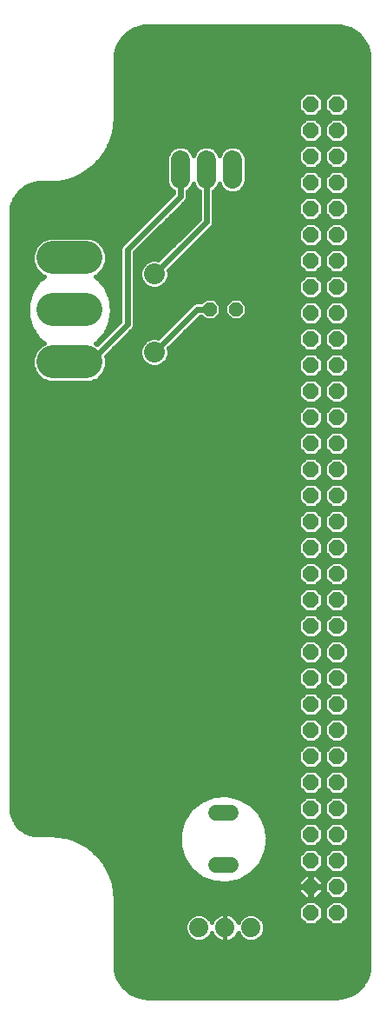
<source format=gtl>
G75*
G70*
%OFA0B0*%
%FSLAX24Y24*%
%IPPOS*%
%LPD*%
%AMOC8*
5,1,8,0,0,1.08239X$1,22.5*
%
%ADD10OC8,0.0600*%
%ADD11C,0.0740*%
%ADD12C,0.0594*%
%ADD13C,0.1266*%
%ADD14OC8,0.0520*%
%ADD15C,0.0800*%
%ADD16C,0.0740*%
%ADD17C,0.0160*%
%ADD18C,0.0240*%
D10*
X011685Y003430D03*
X011685Y004430D03*
X011685Y005430D03*
X011685Y006430D03*
X011685Y007430D03*
X011685Y008430D03*
X011685Y009430D03*
X011685Y010430D03*
X011685Y011430D03*
X011685Y012430D03*
X011685Y013430D03*
X011685Y014430D03*
X011685Y015430D03*
X011685Y016430D03*
X011685Y017430D03*
X011685Y018430D03*
X011685Y019430D03*
X011685Y020430D03*
X011685Y021430D03*
X011685Y022430D03*
X011685Y023430D03*
X011685Y024430D03*
X011685Y025430D03*
X011685Y026430D03*
X011685Y027430D03*
X011685Y028430D03*
X011685Y029430D03*
X011685Y030430D03*
X011685Y031430D03*
X011685Y032430D03*
X011685Y033430D03*
X011685Y034430D03*
X012685Y034430D03*
X012685Y033430D03*
X012685Y032430D03*
X012685Y031430D03*
X012685Y030430D03*
X012685Y029430D03*
X012685Y028430D03*
X012685Y027430D03*
X012685Y026430D03*
X012685Y025430D03*
X012685Y024430D03*
X012685Y023430D03*
X012685Y022430D03*
X012685Y021430D03*
X012685Y020430D03*
X012685Y019430D03*
X012685Y018430D03*
X012685Y017430D03*
X012685Y016430D03*
X012685Y015430D03*
X012685Y014430D03*
X012685Y013430D03*
X012685Y012430D03*
X012685Y011430D03*
X012685Y010430D03*
X012685Y009430D03*
X012685Y008430D03*
X012685Y007430D03*
X012685Y006430D03*
X012685Y005430D03*
X012685Y004430D03*
X012685Y003430D03*
D11*
X008685Y031560D02*
X008685Y032300D01*
X007685Y032300D02*
X007685Y031560D01*
X006685Y031560D02*
X006685Y032300D01*
D12*
X008038Y007260D02*
X008632Y007260D01*
X008632Y005260D02*
X008038Y005260D01*
D13*
X003058Y024550D02*
X001792Y024550D01*
X001792Y026550D02*
X003058Y026550D01*
X003058Y028550D02*
X001792Y028550D01*
D14*
X007815Y026570D03*
X008815Y026570D03*
D15*
X005685Y027930D03*
X005685Y024930D03*
D16*
X007395Y002860D03*
X008395Y002860D03*
X009395Y002860D03*
D17*
X002283Y006357D02*
X001987Y006412D01*
X001685Y006430D01*
X001185Y006430D01*
X001043Y006440D01*
X000903Y006471D01*
X000770Y006520D01*
X000645Y006589D01*
X000530Y006674D01*
X000429Y006775D01*
X000344Y006889D01*
X000276Y007015D01*
X000226Y007148D01*
X000195Y007288D01*
X000185Y007430D01*
X000185Y030180D01*
X000182Y030348D01*
X000202Y030515D01*
X000248Y030677D01*
X000316Y030830D01*
X000406Y030972D01*
X000516Y031099D01*
X000643Y031209D01*
X000785Y031299D01*
X000938Y031368D01*
X001100Y031413D01*
X001267Y031434D01*
X001435Y031430D01*
X001734Y031419D01*
X002031Y031444D01*
X002324Y031504D01*
X002607Y031599D01*
X002877Y031726D01*
X003131Y031884D01*
X003363Y032072D01*
X003572Y032285D01*
X003754Y032522D01*
X003906Y032779D01*
X004027Y033052D01*
X004114Y033338D01*
X004167Y033632D01*
X004185Y033930D01*
X004185Y036180D01*
X004198Y036358D01*
X004236Y036532D01*
X004298Y036699D01*
X004384Y036856D01*
X004490Y036999D01*
X004617Y037125D01*
X004759Y037232D01*
X004916Y037317D01*
X005083Y037379D01*
X005257Y037417D01*
X005435Y037430D01*
X012685Y037430D01*
X012863Y037417D01*
X013037Y037379D01*
X013204Y037317D01*
X013361Y037232D01*
X013504Y037125D01*
X013630Y036999D01*
X013737Y036856D01*
X013822Y036699D01*
X013885Y036532D01*
X013922Y036358D01*
X013935Y036180D01*
X013935Y001430D01*
X013922Y001252D01*
X013885Y001078D01*
X013822Y000911D01*
X013737Y000754D01*
X013630Y000611D01*
X013504Y000485D01*
X013361Y000378D01*
X013204Y000293D01*
X013037Y000231D01*
X012863Y000193D01*
X012685Y000180D01*
X005435Y000180D01*
X005257Y000193D01*
X005083Y000231D01*
X004916Y000293D01*
X004759Y000378D01*
X004617Y000485D01*
X004490Y000611D01*
X004384Y000754D01*
X004298Y000911D01*
X004236Y001078D01*
X004198Y001252D01*
X004185Y001430D01*
X004185Y003930D01*
X004167Y004231D01*
X004113Y004528D01*
X004023Y004817D01*
X003899Y005092D01*
X003743Y005350D01*
X003556Y005588D01*
X003343Y005801D01*
X003105Y005987D01*
X002847Y006144D01*
X002572Y006268D01*
X002283Y006357D01*
X002163Y006380D02*
X006642Y006380D01*
X006642Y006511D02*
X006642Y006003D01*
X006792Y005517D01*
X006792Y005517D01*
X007078Y005097D01*
X007078Y005097D01*
X007078Y005097D01*
X007476Y004780D01*
X007949Y004594D01*
X008456Y004556D01*
X008951Y004669D01*
X008956Y004672D01*
X008958Y004673D01*
X008958Y004673D01*
X009398Y004927D01*
X009398Y004927D01*
X009744Y005300D01*
X009964Y005757D01*
X009964Y005757D01*
X010040Y006260D01*
X009964Y006763D01*
X009744Y007220D01*
X009744Y007220D01*
X009398Y007593D01*
X008958Y007847D01*
X008463Y007960D01*
X008463Y007960D01*
X007956Y007922D01*
X007956Y007922D01*
X007483Y007737D01*
X007483Y007737D01*
X007482Y007736D01*
X007476Y007734D01*
X007476Y007734D01*
X007078Y007417D01*
X007078Y007417D01*
X007078Y007417D01*
X006792Y006997D01*
X006792Y006997D01*
X006642Y006511D01*
X006650Y006538D02*
X000737Y006538D01*
X000508Y006697D02*
X006699Y006697D01*
X006748Y006855D02*
X000370Y006855D01*
X000276Y007014D02*
X006803Y007014D01*
X006911Y007172D02*
X000221Y007172D01*
X000192Y007331D02*
X007019Y007331D01*
X007169Y007489D02*
X000185Y007489D01*
X000185Y007648D02*
X007368Y007648D01*
X007660Y007806D02*
X000185Y007806D01*
X000185Y007965D02*
X013935Y007965D01*
X013935Y008123D02*
X013029Y008123D01*
X013145Y008239D02*
X013145Y008621D01*
X012876Y008890D01*
X012495Y008890D01*
X012225Y008621D01*
X012225Y008239D01*
X012495Y007970D01*
X012876Y007970D01*
X013145Y008239D01*
X013145Y008282D02*
X013935Y008282D01*
X013935Y008440D02*
X013145Y008440D01*
X013145Y008599D02*
X013935Y008599D01*
X013935Y008757D02*
X013009Y008757D01*
X012876Y008970D02*
X013145Y009239D01*
X013145Y009621D01*
X012876Y009890D01*
X012495Y009890D01*
X012225Y009621D01*
X012225Y009239D01*
X012495Y008970D01*
X012876Y008970D01*
X012980Y009074D02*
X013935Y009074D01*
X013935Y008916D02*
X000185Y008916D01*
X000185Y009074D02*
X011391Y009074D01*
X011495Y008970D02*
X011876Y008970D01*
X012145Y009239D01*
X012145Y009621D01*
X011876Y009890D01*
X011495Y009890D01*
X011225Y009621D01*
X011225Y009239D01*
X011495Y008970D01*
X011495Y008890D02*
X011225Y008621D01*
X011225Y008239D01*
X011495Y007970D01*
X011876Y007970D01*
X012145Y008239D01*
X012145Y008621D01*
X011876Y008890D01*
X011495Y008890D01*
X011362Y008757D02*
X000185Y008757D01*
X000185Y008599D02*
X011225Y008599D01*
X011225Y008440D02*
X000185Y008440D01*
X000185Y008282D02*
X011225Y008282D01*
X011342Y008123D02*
X000185Y008123D01*
X000185Y009233D02*
X011232Y009233D01*
X011225Y009391D02*
X000185Y009391D01*
X000185Y009550D02*
X011225Y009550D01*
X011313Y009708D02*
X000185Y009708D01*
X000185Y009867D02*
X011471Y009867D01*
X011495Y009970D02*
X011876Y009970D01*
X012145Y010239D01*
X012145Y010621D01*
X011876Y010890D01*
X011495Y010890D01*
X011225Y010621D01*
X011225Y010239D01*
X011495Y009970D01*
X011440Y010025D02*
X000185Y010025D01*
X000185Y010184D02*
X011281Y010184D01*
X011225Y010342D02*
X000185Y010342D01*
X000185Y010501D02*
X011225Y010501D01*
X011264Y010659D02*
X000185Y010659D01*
X000185Y010818D02*
X011422Y010818D01*
X011495Y010970D02*
X011225Y011239D01*
X011225Y011621D01*
X011495Y011890D01*
X011876Y011890D01*
X012145Y011621D01*
X012145Y011239D01*
X011876Y010970D01*
X011495Y010970D01*
X011489Y010976D02*
X000185Y010976D01*
X000185Y011135D02*
X011330Y011135D01*
X011225Y011293D02*
X000185Y011293D01*
X000185Y011452D02*
X011225Y011452D01*
X011225Y011610D02*
X000185Y011610D01*
X000185Y011769D02*
X011373Y011769D01*
X011495Y011970D02*
X011225Y012239D01*
X011225Y012621D01*
X011495Y012890D01*
X011876Y012890D01*
X012145Y012621D01*
X012145Y012239D01*
X011876Y011970D01*
X011495Y011970D01*
X011379Y012086D02*
X000185Y012086D01*
X000185Y012244D02*
X011225Y012244D01*
X011225Y012403D02*
X000185Y012403D01*
X000185Y012561D02*
X011225Y012561D01*
X011324Y012720D02*
X000185Y012720D01*
X000185Y012878D02*
X011483Y012878D01*
X011495Y012970D02*
X011876Y012970D01*
X012145Y013239D01*
X012145Y013621D01*
X011876Y013890D01*
X011495Y013890D01*
X011225Y013621D01*
X011225Y013239D01*
X011495Y012970D01*
X011428Y013037D02*
X000185Y013037D01*
X000185Y013195D02*
X011270Y013195D01*
X011225Y013354D02*
X000185Y013354D01*
X000185Y013512D02*
X011225Y013512D01*
X011275Y013671D02*
X000185Y013671D01*
X000185Y013829D02*
X011434Y013829D01*
X011495Y013970D02*
X011876Y013970D01*
X012145Y014239D01*
X012145Y014621D01*
X011876Y014890D01*
X011495Y014890D01*
X011225Y014621D01*
X011225Y014239D01*
X011495Y013970D01*
X011477Y013988D02*
X000185Y013988D01*
X000185Y014146D02*
X011319Y014146D01*
X011225Y014305D02*
X000185Y014305D01*
X000185Y014463D02*
X011225Y014463D01*
X011226Y014622D02*
X000185Y014622D01*
X000185Y014780D02*
X011385Y014780D01*
X011495Y014970D02*
X011225Y015239D01*
X011225Y015621D01*
X011495Y015890D01*
X011876Y015890D01*
X012145Y015621D01*
X012145Y015239D01*
X011876Y014970D01*
X011495Y014970D01*
X011368Y015097D02*
X000185Y015097D01*
X000185Y014939D02*
X013935Y014939D01*
X013935Y015097D02*
X013003Y015097D01*
X012876Y014970D02*
X013145Y015239D01*
X013145Y015621D01*
X012876Y015890D01*
X012495Y015890D01*
X012225Y015621D01*
X012225Y015239D01*
X012495Y014970D01*
X012876Y014970D01*
X012876Y014890D02*
X012495Y014890D01*
X012225Y014621D01*
X012225Y014239D01*
X012495Y013970D01*
X012876Y013970D01*
X013145Y014239D01*
X013145Y014621D01*
X012876Y014890D01*
X012986Y014780D02*
X013935Y014780D01*
X013935Y014622D02*
X013144Y014622D01*
X013145Y014463D02*
X013935Y014463D01*
X013935Y014305D02*
X013145Y014305D01*
X013052Y014146D02*
X013935Y014146D01*
X013935Y013988D02*
X012893Y013988D01*
X012876Y013890D02*
X012495Y013890D01*
X012225Y013621D01*
X012225Y013239D01*
X012495Y012970D01*
X012876Y012970D01*
X013145Y013239D01*
X013145Y013621D01*
X012876Y013890D01*
X012937Y013829D02*
X013935Y013829D01*
X013935Y013671D02*
X013095Y013671D01*
X013145Y013512D02*
X013935Y013512D01*
X013935Y013354D02*
X013145Y013354D01*
X013101Y013195D02*
X013935Y013195D01*
X013935Y013037D02*
X012942Y013037D01*
X012876Y012890D02*
X012495Y012890D01*
X012225Y012621D01*
X012225Y012239D01*
X012495Y011970D01*
X012876Y011970D01*
X013145Y012239D01*
X013145Y012621D01*
X012876Y012890D01*
X012888Y012878D02*
X013935Y012878D01*
X013935Y012720D02*
X013046Y012720D01*
X013145Y012561D02*
X013935Y012561D01*
X013935Y012403D02*
X013145Y012403D01*
X013145Y012244D02*
X013935Y012244D01*
X013935Y012086D02*
X012991Y012086D01*
X012876Y011890D02*
X012495Y011890D01*
X012225Y011621D01*
X012225Y011239D01*
X012495Y010970D01*
X012876Y010970D01*
X013145Y011239D01*
X013145Y011621D01*
X012876Y011890D01*
X012997Y011769D02*
X013935Y011769D01*
X013935Y011927D02*
X000185Y011927D01*
X000185Y015256D02*
X011225Y015256D01*
X011225Y015414D02*
X000185Y015414D01*
X000185Y015573D02*
X011225Y015573D01*
X011336Y015731D02*
X000185Y015731D01*
X000185Y015890D02*
X011494Y015890D01*
X011495Y015970D02*
X011876Y015970D01*
X012145Y016239D01*
X012145Y016621D01*
X011876Y016890D01*
X011495Y016890D01*
X011225Y016621D01*
X011225Y016239D01*
X011495Y015970D01*
X011417Y016048D02*
X000185Y016048D01*
X000185Y016207D02*
X011258Y016207D01*
X011225Y016365D02*
X000185Y016365D01*
X000185Y016524D02*
X011225Y016524D01*
X011287Y016682D02*
X000185Y016682D01*
X000185Y016841D02*
X011445Y016841D01*
X011495Y016970D02*
X011876Y016970D01*
X012145Y017239D01*
X012145Y017621D01*
X011876Y017890D01*
X011495Y017890D01*
X011225Y017621D01*
X011225Y017239D01*
X011495Y016970D01*
X011466Y016999D02*
X000185Y016999D01*
X000185Y017158D02*
X011307Y017158D01*
X011225Y017316D02*
X000185Y017316D01*
X000185Y017475D02*
X011225Y017475D01*
X011238Y017633D02*
X000185Y017633D01*
X000185Y017792D02*
X011396Y017792D01*
X011495Y017970D02*
X011225Y018239D01*
X011225Y018621D01*
X011495Y018890D01*
X011876Y018890D01*
X012145Y018621D01*
X012145Y018239D01*
X011876Y017970D01*
X011495Y017970D01*
X011356Y018109D02*
X000185Y018109D01*
X000185Y018267D02*
X011225Y018267D01*
X011225Y018426D02*
X000185Y018426D01*
X000185Y018584D02*
X011225Y018584D01*
X011347Y018743D02*
X000185Y018743D01*
X000185Y018901D02*
X013935Y018901D01*
X013935Y018743D02*
X013023Y018743D01*
X013145Y018621D02*
X012876Y018890D01*
X012495Y018890D01*
X012225Y018621D01*
X012225Y018239D01*
X012495Y017970D01*
X012876Y017970D01*
X013145Y018239D01*
X013145Y018621D01*
X013145Y018584D02*
X013935Y018584D01*
X013935Y018426D02*
X013145Y018426D01*
X013145Y018267D02*
X013935Y018267D01*
X013935Y018109D02*
X013014Y018109D01*
X012876Y017890D02*
X012495Y017890D01*
X012225Y017621D01*
X012225Y017239D01*
X012495Y016970D01*
X012876Y016970D01*
X013145Y017239D01*
X013145Y017621D01*
X012876Y017890D01*
X012974Y017792D02*
X013935Y017792D01*
X013935Y017950D02*
X000185Y017950D01*
X000185Y019060D02*
X011405Y019060D01*
X011495Y018970D02*
X011225Y019239D01*
X011225Y019621D01*
X011495Y019890D01*
X011876Y019890D01*
X012145Y019621D01*
X012145Y019239D01*
X011876Y018970D01*
X011495Y018970D01*
X011247Y019218D02*
X000185Y019218D01*
X000185Y019377D02*
X011225Y019377D01*
X011225Y019535D02*
X000185Y019535D01*
X000185Y019694D02*
X011298Y019694D01*
X011457Y019852D02*
X000185Y019852D01*
X000185Y020011D02*
X011454Y020011D01*
X011495Y019970D02*
X011876Y019970D01*
X012145Y020239D01*
X012145Y020621D01*
X011876Y020890D01*
X011495Y020890D01*
X011225Y020621D01*
X011225Y020239D01*
X011495Y019970D01*
X011296Y020169D02*
X000185Y020169D01*
X000185Y020328D02*
X011225Y020328D01*
X011225Y020486D02*
X000185Y020486D01*
X000185Y020645D02*
X011249Y020645D01*
X011408Y020803D02*
X000185Y020803D01*
X000185Y020962D02*
X013935Y020962D01*
X013935Y021120D02*
X013026Y021120D01*
X013145Y021239D02*
X012876Y020970D01*
X012495Y020970D01*
X012225Y021239D01*
X012225Y021621D01*
X012495Y021890D01*
X012876Y021890D01*
X013145Y021621D01*
X013145Y021239D01*
X013145Y021279D02*
X013935Y021279D01*
X013935Y021437D02*
X013145Y021437D01*
X013145Y021596D02*
X013935Y021596D01*
X013935Y021754D02*
X013012Y021754D01*
X012876Y021970D02*
X013145Y022239D01*
X013145Y022621D01*
X012876Y022890D01*
X012495Y022890D01*
X012225Y022621D01*
X012225Y022239D01*
X012495Y021970D01*
X012876Y021970D01*
X012977Y022071D02*
X013935Y022071D01*
X013935Y021913D02*
X000185Y021913D01*
X000185Y022071D02*
X011394Y022071D01*
X011495Y021970D02*
X011225Y022239D01*
X011225Y022621D01*
X011495Y022890D01*
X011876Y022890D01*
X012145Y022621D01*
X012145Y022239D01*
X011876Y021970D01*
X011495Y021970D01*
X011495Y021890D02*
X011225Y021621D01*
X011225Y021239D01*
X011495Y020970D01*
X011876Y020970D01*
X012145Y021239D01*
X012145Y021621D01*
X011876Y021890D01*
X011495Y021890D01*
X011359Y021754D02*
X000185Y021754D01*
X000185Y021596D02*
X011225Y021596D01*
X011225Y021437D02*
X000185Y021437D01*
X000185Y021279D02*
X011225Y021279D01*
X011345Y021120D02*
X000185Y021120D01*
X000185Y022230D02*
X011235Y022230D01*
X011225Y022388D02*
X000185Y022388D01*
X000185Y022547D02*
X011225Y022547D01*
X011310Y022705D02*
X000185Y022705D01*
X000185Y022864D02*
X011468Y022864D01*
X011495Y022970D02*
X011876Y022970D01*
X012145Y023239D01*
X012145Y023621D01*
X011876Y023890D01*
X011495Y023890D01*
X011225Y023621D01*
X011225Y023239D01*
X011495Y022970D01*
X011443Y023022D02*
X000185Y023022D01*
X000185Y023181D02*
X011284Y023181D01*
X011225Y023339D02*
X000185Y023339D01*
X000185Y023498D02*
X011225Y023498D01*
X011261Y023656D02*
X000185Y023656D01*
X000185Y023815D02*
X001495Y023815D01*
X001634Y023757D02*
X001343Y023878D01*
X001120Y024101D01*
X000999Y024392D01*
X000999Y024708D01*
X001120Y024999D01*
X001343Y025222D01*
X001450Y025267D01*
X001230Y025441D01*
X001230Y025441D01*
X000957Y025843D01*
X000813Y026307D01*
X000813Y026793D01*
X000957Y027257D01*
X000957Y027257D01*
X001230Y027659D01*
X001230Y027659D01*
X001450Y027833D01*
X001343Y027878D01*
X001120Y028101D01*
X000999Y028392D01*
X000999Y028708D01*
X001120Y028999D01*
X001343Y029222D01*
X001634Y029343D01*
X003216Y029343D01*
X003507Y029222D01*
X003731Y028999D01*
X003851Y028708D01*
X003851Y028392D01*
X003731Y028101D01*
X003507Y027878D01*
X003415Y027839D01*
X003441Y027824D01*
X003441Y027824D01*
X003772Y027468D01*
X003772Y027468D01*
X003983Y027030D01*
X003983Y027030D01*
X004055Y026550D01*
X003983Y026070D01*
X003983Y026070D01*
X003772Y025632D01*
X003772Y025632D01*
X003441Y025276D01*
X003441Y025276D01*
X003415Y025261D01*
X003489Y025230D01*
X004348Y026089D01*
X004365Y026106D01*
X004365Y028926D01*
X004408Y029029D01*
X006405Y031026D01*
X006405Y031102D01*
X006385Y031111D01*
X006236Y031260D01*
X006155Y031455D01*
X006155Y032405D01*
X006236Y032600D01*
X006385Y032749D01*
X006580Y032830D01*
X006791Y032830D01*
X006985Y032749D01*
X007134Y032600D01*
X007185Y032478D01*
X007236Y032600D01*
X007385Y032749D01*
X007580Y032830D01*
X007791Y032830D01*
X007985Y032749D01*
X008134Y032600D01*
X008185Y032478D01*
X008236Y032600D01*
X008385Y032749D01*
X008580Y032830D01*
X008791Y032830D01*
X008985Y032749D01*
X009134Y032600D01*
X009215Y032405D01*
X009215Y031455D01*
X009134Y031260D01*
X008985Y031111D01*
X008791Y031030D01*
X008580Y031030D01*
X008385Y031111D01*
X008236Y031260D01*
X008185Y031382D01*
X008134Y031260D01*
X007985Y031111D01*
X007965Y031102D01*
X007965Y029874D01*
X007923Y029771D01*
X007844Y029693D01*
X006230Y028079D01*
X006245Y028041D01*
X006245Y027819D01*
X006160Y027613D01*
X006002Y027455D01*
X005797Y027370D01*
X005574Y027370D01*
X005368Y027455D01*
X005210Y027613D01*
X005125Y027819D01*
X005125Y028041D01*
X005210Y028247D01*
X005368Y028405D01*
X005574Y028490D01*
X005797Y028490D01*
X005834Y028475D01*
X007405Y030046D01*
X007405Y031102D01*
X007385Y031111D01*
X007236Y031260D01*
X007185Y031382D01*
X007134Y031260D01*
X006985Y031111D01*
X006965Y031102D01*
X006965Y030854D01*
X006923Y030751D01*
X006844Y030673D01*
X004925Y028754D01*
X004925Y025934D01*
X004883Y025831D01*
X004804Y025753D01*
X004744Y025693D01*
X003824Y024773D01*
X003851Y024708D01*
X003851Y024392D01*
X003731Y024101D01*
X003507Y023878D01*
X003216Y023757D01*
X001634Y023757D01*
X001248Y023973D02*
X000185Y023973D01*
X000185Y024132D02*
X001107Y024132D01*
X001041Y024290D02*
X000185Y024290D01*
X000185Y024449D02*
X000999Y024449D01*
X000999Y024607D02*
X000185Y024607D01*
X000185Y024766D02*
X001023Y024766D01*
X001089Y024924D02*
X000185Y024924D01*
X000185Y025083D02*
X001203Y025083D01*
X001388Y025241D02*
X000185Y025241D01*
X000185Y025400D02*
X001283Y025400D01*
X001151Y025558D02*
X000185Y025558D01*
X000185Y025717D02*
X001043Y025717D01*
X000947Y025875D02*
X000185Y025875D01*
X000185Y026034D02*
X000898Y026034D01*
X000849Y026192D02*
X000185Y026192D01*
X000185Y026351D02*
X000813Y026351D01*
X000813Y026509D02*
X000185Y026509D01*
X000185Y026668D02*
X000813Y026668D01*
X000824Y026826D02*
X000185Y026826D01*
X000185Y026985D02*
X000872Y026985D01*
X000921Y027143D02*
X000185Y027143D01*
X000185Y027302D02*
X000987Y027302D01*
X001095Y027460D02*
X000185Y027460D01*
X000185Y027619D02*
X001203Y027619D01*
X001379Y027777D02*
X000185Y027777D01*
X000185Y027936D02*
X001285Y027936D01*
X001126Y028094D02*
X000185Y028094D01*
X000185Y028253D02*
X001057Y028253D01*
X000999Y028411D02*
X000185Y028411D01*
X000185Y028570D02*
X000999Y028570D01*
X001007Y028728D02*
X000185Y028728D01*
X000185Y028887D02*
X001073Y028887D01*
X001166Y029045D02*
X000185Y029045D01*
X000185Y029204D02*
X001324Y029204D01*
X000523Y031106D02*
X006397Y031106D01*
X006326Y030947D02*
X000390Y030947D01*
X000297Y030789D02*
X006168Y030789D01*
X006009Y030630D02*
X000235Y030630D01*
X000197Y030472D02*
X005851Y030472D01*
X005692Y030313D02*
X000182Y030313D01*
X000185Y030155D02*
X005534Y030155D01*
X005375Y029996D02*
X000185Y029996D01*
X000185Y029838D02*
X005217Y029838D01*
X005058Y029679D02*
X000185Y029679D01*
X000185Y029521D02*
X004900Y029521D01*
X004741Y029362D02*
X000185Y029362D01*
X000729Y031264D02*
X006234Y031264D01*
X006168Y031423D02*
X001772Y031423D01*
X001644Y031423D02*
X001179Y031423D01*
X002555Y031581D02*
X006155Y031581D01*
X006155Y031740D02*
X002899Y031740D01*
X003148Y031898D02*
X006155Y031898D01*
X006155Y032057D02*
X003344Y032057D01*
X003503Y032215D02*
X006155Y032215D01*
X006155Y032374D02*
X003639Y032374D01*
X003759Y032532D02*
X006208Y032532D01*
X006326Y032691D02*
X003853Y032691D01*
X003937Y032849D02*
X011454Y032849D01*
X011495Y032890D02*
X011225Y032621D01*
X011225Y032239D01*
X011495Y031970D01*
X011876Y031970D01*
X012145Y032239D01*
X012145Y032621D01*
X011876Y032890D01*
X011495Y032890D01*
X011495Y032970D02*
X011876Y032970D01*
X012145Y033239D01*
X012145Y033621D01*
X011876Y033890D01*
X011495Y033890D01*
X011225Y033621D01*
X011225Y033239D01*
X011495Y032970D01*
X011457Y033008D02*
X004007Y033008D01*
X004062Y033166D02*
X011299Y033166D01*
X011225Y033325D02*
X004110Y033325D01*
X004141Y033483D02*
X011225Y033483D01*
X011246Y033642D02*
X004168Y033642D01*
X004177Y033800D02*
X011405Y033800D01*
X011495Y033970D02*
X011876Y033970D01*
X012145Y034239D01*
X012145Y034621D01*
X011876Y034890D01*
X011495Y034890D01*
X011225Y034621D01*
X011225Y034239D01*
X011495Y033970D01*
X011348Y034117D02*
X004185Y034117D01*
X004185Y033959D02*
X013935Y033959D01*
X013935Y034117D02*
X013023Y034117D01*
X013145Y034239D02*
X012876Y033970D01*
X012495Y033970D01*
X012225Y034239D01*
X012225Y034621D01*
X012495Y034890D01*
X012876Y034890D01*
X013145Y034621D01*
X013145Y034239D01*
X013145Y034276D02*
X013935Y034276D01*
X013935Y034434D02*
X013145Y034434D01*
X013145Y034593D02*
X013935Y034593D01*
X013935Y034751D02*
X013015Y034751D01*
X012876Y033890D02*
X012495Y033890D01*
X012225Y033621D01*
X012225Y033239D01*
X012495Y032970D01*
X012876Y032970D01*
X013145Y033239D01*
X013145Y033621D01*
X012876Y033890D01*
X012966Y033800D02*
X013935Y033800D01*
X013935Y033642D02*
X013124Y033642D01*
X013145Y033483D02*
X013935Y033483D01*
X013935Y033325D02*
X013145Y033325D01*
X013072Y033166D02*
X013935Y033166D01*
X013935Y033008D02*
X012913Y033008D01*
X012876Y032890D02*
X012495Y032890D01*
X012225Y032621D01*
X012225Y032239D01*
X012495Y031970D01*
X012876Y031970D01*
X013145Y032239D01*
X013145Y032621D01*
X012876Y032890D01*
X012917Y032849D02*
X013935Y032849D01*
X013935Y032691D02*
X013075Y032691D01*
X013145Y032532D02*
X013935Y032532D01*
X013935Y032374D02*
X013145Y032374D01*
X013121Y032215D02*
X013935Y032215D01*
X013935Y032057D02*
X012962Y032057D01*
X012876Y031890D02*
X012495Y031890D01*
X012225Y031621D01*
X012225Y031239D01*
X012495Y030970D01*
X012876Y030970D01*
X013145Y031239D01*
X013145Y031621D01*
X012876Y031890D01*
X013026Y031740D02*
X013935Y031740D01*
X013935Y031898D02*
X009215Y031898D01*
X009215Y031740D02*
X011344Y031740D01*
X011225Y031621D02*
X011225Y031239D01*
X011495Y030970D01*
X011876Y030970D01*
X012145Y031239D01*
X012145Y031621D01*
X011876Y031890D01*
X011495Y031890D01*
X011225Y031621D01*
X011225Y031581D02*
X009215Y031581D01*
X009202Y031423D02*
X011225Y031423D01*
X011225Y031264D02*
X009136Y031264D01*
X008973Y031106D02*
X011359Y031106D01*
X011495Y030890D02*
X011225Y030621D01*
X011225Y030239D01*
X011495Y029970D01*
X011876Y029970D01*
X012145Y030239D01*
X012145Y030621D01*
X011876Y030890D01*
X011495Y030890D01*
X011393Y030789D02*
X007965Y030789D01*
X007965Y030947D02*
X013935Y030947D01*
X013935Y030789D02*
X012977Y030789D01*
X012876Y030890D02*
X012495Y030890D01*
X012225Y030621D01*
X012225Y030239D01*
X012495Y029970D01*
X012876Y029970D01*
X013145Y030239D01*
X013145Y030621D01*
X012876Y030890D01*
X013011Y031106D02*
X013935Y031106D01*
X013935Y031264D02*
X013145Y031264D01*
X013145Y031423D02*
X013935Y031423D01*
X013935Y031581D02*
X013145Y031581D01*
X013136Y030630D02*
X013935Y030630D01*
X013935Y030472D02*
X013145Y030472D01*
X013145Y030313D02*
X013935Y030313D01*
X013935Y030155D02*
X013060Y030155D01*
X012902Y029996D02*
X013935Y029996D01*
X013935Y029838D02*
X012928Y029838D01*
X012876Y029890D02*
X012495Y029890D01*
X012225Y029621D01*
X012225Y029239D01*
X012495Y028970D01*
X012876Y028970D01*
X013145Y029239D01*
X013145Y029621D01*
X012876Y029890D01*
X013087Y029679D02*
X013935Y029679D01*
X013935Y029521D02*
X013145Y029521D01*
X013145Y029362D02*
X013935Y029362D01*
X013935Y029204D02*
X013109Y029204D01*
X012951Y029045D02*
X013935Y029045D01*
X013935Y028887D02*
X012879Y028887D01*
X012876Y028890D02*
X012495Y028890D01*
X012225Y028621D01*
X012225Y028239D01*
X012495Y027970D01*
X012876Y027970D01*
X013145Y028239D01*
X013145Y028621D01*
X012876Y028890D01*
X013038Y028728D02*
X013935Y028728D01*
X013935Y028570D02*
X013145Y028570D01*
X013145Y028411D02*
X013935Y028411D01*
X013935Y028253D02*
X013145Y028253D01*
X013000Y028094D02*
X013935Y028094D01*
X013935Y027936D02*
X006245Y027936D01*
X006245Y028094D02*
X011371Y028094D01*
X011495Y027970D02*
X011225Y028239D01*
X011225Y028621D01*
X011495Y028890D01*
X011876Y028890D01*
X012145Y028621D01*
X012145Y028239D01*
X011876Y027970D01*
X011495Y027970D01*
X011495Y027890D02*
X011225Y027621D01*
X011225Y027239D01*
X011495Y026970D01*
X011876Y026970D01*
X012145Y027239D01*
X012145Y027621D01*
X011876Y027890D01*
X011495Y027890D01*
X011382Y027777D02*
X006228Y027777D01*
X006162Y027619D02*
X011225Y027619D01*
X011225Y027460D02*
X006007Y027460D01*
X005929Y028570D02*
X004925Y028570D01*
X004925Y028728D02*
X006087Y028728D01*
X006246Y028887D02*
X005058Y028887D01*
X005216Y029045D02*
X006404Y029045D01*
X006563Y029204D02*
X005375Y029204D01*
X005533Y029362D02*
X006721Y029362D01*
X006880Y029521D02*
X005692Y029521D01*
X005850Y029679D02*
X007038Y029679D01*
X007197Y029838D02*
X006009Y029838D01*
X006167Y029996D02*
X007355Y029996D01*
X007405Y030155D02*
X006326Y030155D01*
X006484Y030313D02*
X007405Y030313D01*
X007405Y030472D02*
X006643Y030472D01*
X006801Y030630D02*
X007405Y030630D01*
X007405Y030789D02*
X006938Y030789D01*
X006965Y030947D02*
X007405Y030947D01*
X007397Y031106D02*
X006973Y031106D01*
X007136Y031264D02*
X007234Y031264D01*
X007208Y032532D02*
X007163Y032532D01*
X007044Y032691D02*
X007326Y032691D01*
X008044Y032691D02*
X008326Y032691D01*
X008208Y032532D02*
X008163Y032532D01*
X008136Y031264D02*
X008234Y031264D01*
X008397Y031106D02*
X007973Y031106D01*
X007965Y030630D02*
X011235Y030630D01*
X011225Y030472D02*
X007965Y030472D01*
X007965Y030313D02*
X011225Y030313D01*
X011310Y030155D02*
X007965Y030155D01*
X007965Y029996D02*
X011469Y029996D01*
X011495Y029890D02*
X011225Y029621D01*
X011225Y029239D01*
X011495Y028970D01*
X011876Y028970D01*
X012145Y029239D01*
X012145Y029621D01*
X011876Y029890D01*
X011495Y029890D01*
X011442Y029838D02*
X007950Y029838D01*
X007830Y029679D02*
X011284Y029679D01*
X011225Y029521D02*
X007672Y029521D01*
X007513Y029362D02*
X011225Y029362D01*
X011261Y029204D02*
X007355Y029204D01*
X007196Y029045D02*
X011420Y029045D01*
X011491Y028887D02*
X007038Y028887D01*
X006879Y028728D02*
X011333Y028728D01*
X011225Y028570D02*
X006721Y028570D01*
X006562Y028411D02*
X011225Y028411D01*
X011225Y028253D02*
X006404Y028253D01*
X007167Y026807D02*
X007088Y026729D01*
X005834Y025475D01*
X005797Y025490D01*
X005574Y025490D01*
X005368Y025405D01*
X005210Y025247D01*
X005125Y025041D01*
X005125Y024819D01*
X005210Y024613D01*
X005368Y024455D01*
X005574Y024370D01*
X005797Y024370D01*
X006002Y024455D01*
X006160Y024613D01*
X006245Y024819D01*
X006245Y025041D01*
X006230Y025079D01*
X007441Y026290D01*
X007501Y026290D01*
X007641Y026150D01*
X007989Y026150D01*
X008235Y026396D01*
X008235Y026744D01*
X007989Y026990D01*
X007641Y026990D01*
X007501Y026850D01*
X007269Y026850D01*
X007167Y026807D01*
X007212Y026826D02*
X004925Y026826D01*
X004925Y026668D02*
X007027Y026668D01*
X006868Y026509D02*
X004925Y026509D01*
X004925Y026351D02*
X006710Y026351D01*
X006551Y026192D02*
X004925Y026192D01*
X004925Y026034D02*
X006393Y026034D01*
X006234Y025875D02*
X004901Y025875D01*
X004768Y025717D02*
X006076Y025717D01*
X005917Y025558D02*
X004609Y025558D01*
X004451Y025400D02*
X005363Y025400D01*
X005208Y025241D02*
X004292Y025241D01*
X004134Y025083D02*
X005142Y025083D01*
X005125Y024924D02*
X003975Y024924D01*
X003827Y024766D02*
X005147Y024766D01*
X005216Y024607D02*
X003851Y024607D01*
X003851Y024449D02*
X005384Y024449D01*
X005986Y024449D02*
X011225Y024449D01*
X011225Y024607D02*
X006154Y024607D01*
X006223Y024766D02*
X011370Y024766D01*
X011495Y024890D02*
X011225Y024621D01*
X011225Y024239D01*
X011495Y023970D01*
X011876Y023970D01*
X012145Y024239D01*
X012145Y024621D01*
X011876Y024890D01*
X011495Y024890D01*
X011495Y024970D02*
X011876Y024970D01*
X012145Y025239D01*
X012145Y025621D01*
X011876Y025890D01*
X011495Y025890D01*
X011225Y025621D01*
X011225Y025239D01*
X011495Y024970D01*
X011382Y025083D02*
X006234Y025083D01*
X006245Y024924D02*
X013935Y024924D01*
X013935Y024766D02*
X013000Y024766D01*
X012876Y024890D02*
X012495Y024890D01*
X012225Y024621D01*
X012225Y024239D01*
X012495Y023970D01*
X012876Y023970D01*
X013145Y024239D01*
X013145Y024621D01*
X012876Y024890D01*
X012876Y024970D02*
X013145Y025239D01*
X013145Y025621D01*
X012876Y025890D01*
X012495Y025890D01*
X012225Y025621D01*
X012225Y025239D01*
X012495Y024970D01*
X012876Y024970D01*
X012988Y025083D02*
X013935Y025083D01*
X013935Y025241D02*
X013145Y025241D01*
X013145Y025400D02*
X013935Y025400D01*
X013935Y025558D02*
X013145Y025558D01*
X013049Y025717D02*
X013935Y025717D01*
X013935Y025875D02*
X012891Y025875D01*
X012876Y025970D02*
X013145Y026239D01*
X013145Y026621D01*
X012876Y026890D01*
X012495Y026890D01*
X012225Y026621D01*
X012225Y026239D01*
X012495Y025970D01*
X012876Y025970D01*
X012939Y026034D02*
X013935Y026034D01*
X013935Y026192D02*
X013098Y026192D01*
X013145Y026351D02*
X013935Y026351D01*
X013935Y026509D02*
X013145Y026509D01*
X013098Y026668D02*
X013935Y026668D01*
X013935Y026826D02*
X012940Y026826D01*
X012876Y026970D02*
X013145Y027239D01*
X013145Y027621D01*
X012876Y027890D01*
X012495Y027890D01*
X012225Y027621D01*
X012225Y027239D01*
X012495Y026970D01*
X012876Y026970D01*
X012890Y026985D02*
X013935Y026985D01*
X013935Y027143D02*
X013049Y027143D01*
X013145Y027302D02*
X013935Y027302D01*
X013935Y027460D02*
X013145Y027460D01*
X013145Y027619D02*
X013935Y027619D01*
X013935Y027777D02*
X012989Y027777D01*
X012480Y026985D02*
X011890Y026985D01*
X011876Y026890D02*
X011495Y026890D01*
X011225Y026621D01*
X011225Y026239D01*
X011495Y025970D01*
X011876Y025970D01*
X012145Y026239D01*
X012145Y026621D01*
X011876Y026890D01*
X011940Y026826D02*
X012431Y026826D01*
X012322Y027143D02*
X012049Y027143D01*
X012145Y027302D02*
X012225Y027302D01*
X012225Y027460D02*
X012145Y027460D01*
X012145Y027619D02*
X012225Y027619D01*
X012382Y027777D02*
X011989Y027777D01*
X012000Y028094D02*
X012371Y028094D01*
X012225Y028253D02*
X012145Y028253D01*
X012145Y028411D02*
X012225Y028411D01*
X012225Y028570D02*
X012145Y028570D01*
X012038Y028728D02*
X012333Y028728D01*
X012491Y028887D02*
X011879Y028887D01*
X011951Y029045D02*
X012420Y029045D01*
X012261Y029204D02*
X012109Y029204D01*
X012145Y029362D02*
X012225Y029362D01*
X012225Y029521D02*
X012145Y029521D01*
X012087Y029679D02*
X012284Y029679D01*
X012442Y029838D02*
X011928Y029838D01*
X011902Y029996D02*
X012469Y029996D01*
X012310Y030155D02*
X012060Y030155D01*
X012145Y030313D02*
X012225Y030313D01*
X012225Y030472D02*
X012145Y030472D01*
X012136Y030630D02*
X012235Y030630D01*
X012393Y030789D02*
X011977Y030789D01*
X012011Y031106D02*
X012359Y031106D01*
X012225Y031264D02*
X012145Y031264D01*
X012145Y031423D02*
X012225Y031423D01*
X012225Y031581D02*
X012145Y031581D01*
X012026Y031740D02*
X012344Y031740D01*
X012408Y032057D02*
X011962Y032057D01*
X012121Y032215D02*
X012250Y032215D01*
X012225Y032374D02*
X012145Y032374D01*
X012145Y032532D02*
X012225Y032532D01*
X012295Y032691D02*
X012075Y032691D01*
X011917Y032849D02*
X012454Y032849D01*
X012457Y033008D02*
X011913Y033008D01*
X012072Y033166D02*
X012299Y033166D01*
X012225Y033325D02*
X012145Y033325D01*
X012145Y033483D02*
X012225Y033483D01*
X012246Y033642D02*
X012124Y033642D01*
X011966Y033800D02*
X012405Y033800D01*
X012348Y034117D02*
X012023Y034117D01*
X012145Y034276D02*
X012225Y034276D01*
X012225Y034434D02*
X012145Y034434D01*
X012145Y034593D02*
X012225Y034593D01*
X012356Y034751D02*
X012015Y034751D01*
X011356Y034751D02*
X004185Y034751D01*
X004185Y034593D02*
X011225Y034593D01*
X011225Y034434D02*
X004185Y034434D01*
X004185Y034276D02*
X011225Y034276D01*
X011295Y032691D02*
X009044Y032691D01*
X009163Y032532D02*
X011225Y032532D01*
X011225Y032374D02*
X009215Y032374D01*
X009215Y032215D02*
X011250Y032215D01*
X011408Y032057D02*
X009215Y032057D01*
X008989Y026990D02*
X008641Y026990D01*
X008395Y026744D01*
X008395Y026396D01*
X008641Y026150D01*
X008989Y026150D01*
X009235Y026396D01*
X009235Y026744D01*
X008989Y026990D01*
X008995Y026985D02*
X011480Y026985D01*
X011431Y026826D02*
X009153Y026826D01*
X009235Y026668D02*
X011272Y026668D01*
X011225Y026509D02*
X009235Y026509D01*
X009190Y026351D02*
X011225Y026351D01*
X011273Y026192D02*
X009031Y026192D01*
X008636Y026985D02*
X007995Y026985D01*
X008153Y026826D02*
X008477Y026826D01*
X008395Y026668D02*
X008235Y026668D01*
X008235Y026509D02*
X008395Y026509D01*
X008441Y026351D02*
X008190Y026351D01*
X008031Y026192D02*
X008599Y026192D01*
X007636Y026985D02*
X004925Y026985D01*
X004925Y027143D02*
X011322Y027143D01*
X011225Y027302D02*
X004925Y027302D01*
X004925Y027460D02*
X005363Y027460D01*
X005208Y027619D02*
X004925Y027619D01*
X004925Y027777D02*
X005142Y027777D01*
X005125Y027936D02*
X004925Y027936D01*
X004925Y028094D02*
X005147Y028094D01*
X005216Y028253D02*
X004925Y028253D01*
X004925Y028411D02*
X005383Y028411D01*
X004583Y029204D02*
X003526Y029204D01*
X003685Y029045D02*
X004424Y029045D01*
X004365Y028887D02*
X003777Y028887D01*
X003843Y028728D02*
X004365Y028728D01*
X004365Y028570D02*
X003851Y028570D01*
X003851Y028411D02*
X004365Y028411D01*
X004365Y028253D02*
X003793Y028253D01*
X003724Y028094D02*
X004365Y028094D01*
X004365Y027936D02*
X003565Y027936D01*
X003485Y027777D02*
X004365Y027777D01*
X004365Y027619D02*
X003632Y027619D01*
X003776Y027460D02*
X004365Y027460D01*
X004365Y027302D02*
X003852Y027302D01*
X003929Y027143D02*
X004365Y027143D01*
X004365Y026985D02*
X003990Y026985D01*
X004014Y026826D02*
X004365Y026826D01*
X004365Y026668D02*
X004037Y026668D01*
X004049Y026509D02*
X004365Y026509D01*
X004365Y026351D02*
X004025Y026351D01*
X004001Y026192D02*
X004365Y026192D01*
X004293Y026034D02*
X003965Y026034D01*
X003889Y025875D02*
X004134Y025875D01*
X003976Y025717D02*
X003813Y025717D01*
X003817Y025558D02*
X003704Y025558D01*
X003659Y025400D02*
X003556Y025400D01*
X003500Y025241D02*
X003462Y025241D01*
X003809Y024290D02*
X011225Y024290D01*
X011333Y024132D02*
X003743Y024132D01*
X003603Y023973D02*
X011492Y023973D01*
X011419Y023815D02*
X003355Y023815D01*
X006392Y025241D02*
X011225Y025241D01*
X011225Y025400D02*
X006551Y025400D01*
X006709Y025558D02*
X011225Y025558D01*
X011321Y025717D02*
X006868Y025717D01*
X007026Y025875D02*
X011480Y025875D01*
X011431Y026034D02*
X007185Y026034D01*
X007343Y026192D02*
X007599Y026192D01*
X004185Y034910D02*
X013935Y034910D01*
X013935Y035068D02*
X004185Y035068D01*
X004185Y035227D02*
X013935Y035227D01*
X013935Y035385D02*
X004185Y035385D01*
X004185Y035544D02*
X013935Y035544D01*
X013935Y035702D02*
X004185Y035702D01*
X004185Y035861D02*
X013935Y035861D01*
X013935Y036019D02*
X004185Y036019D01*
X004185Y036178D02*
X013935Y036178D01*
X013924Y036336D02*
X004196Y036336D01*
X004228Y036495D02*
X013893Y036495D01*
X013839Y036653D02*
X004281Y036653D01*
X004359Y036812D02*
X013761Y036812D01*
X013651Y036970D02*
X004469Y036970D01*
X004622Y037129D02*
X013499Y037129D01*
X013259Y037287D02*
X004861Y037287D01*
X011939Y026034D02*
X012431Y026034D01*
X012480Y025875D02*
X011891Y025875D01*
X012049Y025717D02*
X012321Y025717D01*
X012225Y025558D02*
X012145Y025558D01*
X012145Y025400D02*
X012225Y025400D01*
X012225Y025241D02*
X012145Y025241D01*
X011988Y025083D02*
X012382Y025083D01*
X012370Y024766D02*
X012000Y024766D01*
X012145Y024607D02*
X012225Y024607D01*
X012225Y024449D02*
X012145Y024449D01*
X012145Y024290D02*
X012225Y024290D01*
X012333Y024132D02*
X012037Y024132D01*
X011879Y023973D02*
X012492Y023973D01*
X012495Y023890D02*
X012225Y023621D01*
X012225Y023239D01*
X012495Y022970D01*
X012876Y022970D01*
X013145Y023239D01*
X013145Y023621D01*
X012876Y023890D01*
X012495Y023890D01*
X012419Y023815D02*
X011951Y023815D01*
X012110Y023656D02*
X012261Y023656D01*
X012225Y023498D02*
X012145Y023498D01*
X012145Y023339D02*
X012225Y023339D01*
X012284Y023181D02*
X012086Y023181D01*
X011928Y023022D02*
X012443Y023022D01*
X012468Y022864D02*
X011902Y022864D01*
X012061Y022705D02*
X012310Y022705D01*
X012225Y022547D02*
X012145Y022547D01*
X012145Y022388D02*
X012225Y022388D01*
X012235Y022230D02*
X012135Y022230D01*
X011977Y022071D02*
X012394Y022071D01*
X012359Y021754D02*
X012012Y021754D01*
X012145Y021596D02*
X012225Y021596D01*
X012225Y021437D02*
X012145Y021437D01*
X012145Y021279D02*
X012225Y021279D01*
X012345Y021120D02*
X012026Y021120D01*
X011963Y020803D02*
X012408Y020803D01*
X012495Y020890D02*
X012225Y020621D01*
X012225Y020239D01*
X012495Y019970D01*
X012876Y019970D01*
X013145Y020239D01*
X013145Y020621D01*
X012876Y020890D01*
X012495Y020890D01*
X012249Y020645D02*
X012121Y020645D01*
X012145Y020486D02*
X012225Y020486D01*
X012225Y020328D02*
X012145Y020328D01*
X012075Y020169D02*
X012296Y020169D01*
X012454Y020011D02*
X011916Y020011D01*
X011914Y019852D02*
X012457Y019852D01*
X012495Y019890D02*
X012225Y019621D01*
X012225Y019239D01*
X012495Y018970D01*
X012876Y018970D01*
X013145Y019239D01*
X013145Y019621D01*
X012876Y019890D01*
X012495Y019890D01*
X012298Y019694D02*
X012072Y019694D01*
X012145Y019535D02*
X012225Y019535D01*
X012225Y019377D02*
X012145Y019377D01*
X012124Y019218D02*
X012247Y019218D01*
X012405Y019060D02*
X011965Y019060D01*
X012023Y018743D02*
X012347Y018743D01*
X012225Y018584D02*
X012145Y018584D01*
X012145Y018426D02*
X012225Y018426D01*
X012225Y018267D02*
X012145Y018267D01*
X012014Y018109D02*
X012356Y018109D01*
X012396Y017792D02*
X011974Y017792D01*
X012133Y017633D02*
X012238Y017633D01*
X012225Y017475D02*
X012145Y017475D01*
X012145Y017316D02*
X012225Y017316D01*
X012307Y017158D02*
X012063Y017158D01*
X011905Y016999D02*
X012466Y016999D01*
X012495Y016890D02*
X012225Y016621D01*
X012225Y016239D01*
X012495Y015970D01*
X012876Y015970D01*
X013145Y016239D01*
X013145Y016621D01*
X012876Y016890D01*
X012495Y016890D01*
X012445Y016841D02*
X011925Y016841D01*
X012084Y016682D02*
X012287Y016682D01*
X012225Y016524D02*
X012145Y016524D01*
X012145Y016365D02*
X012225Y016365D01*
X012258Y016207D02*
X012112Y016207D01*
X011954Y016048D02*
X012417Y016048D01*
X012494Y015890D02*
X011876Y015890D01*
X012035Y015731D02*
X012336Y015731D01*
X012225Y015573D02*
X012145Y015573D01*
X012145Y015414D02*
X012225Y015414D01*
X012225Y015256D02*
X012145Y015256D01*
X012003Y015097D02*
X012368Y015097D01*
X012385Y014780D02*
X011986Y014780D01*
X012144Y014622D02*
X012226Y014622D01*
X012225Y014463D02*
X012145Y014463D01*
X012145Y014305D02*
X012225Y014305D01*
X012319Y014146D02*
X012052Y014146D01*
X011893Y013988D02*
X012477Y013988D01*
X012434Y013829D02*
X011937Y013829D01*
X012095Y013671D02*
X012275Y013671D01*
X012225Y013512D02*
X012145Y013512D01*
X012145Y013354D02*
X012225Y013354D01*
X012270Y013195D02*
X012101Y013195D01*
X011942Y013037D02*
X012428Y013037D01*
X012483Y012878D02*
X011888Y012878D01*
X012046Y012720D02*
X012324Y012720D01*
X012225Y012561D02*
X012145Y012561D01*
X012145Y012403D02*
X012225Y012403D01*
X012225Y012244D02*
X012145Y012244D01*
X011991Y012086D02*
X012379Y012086D01*
X012373Y011769D02*
X011997Y011769D01*
X012145Y011610D02*
X012225Y011610D01*
X012225Y011452D02*
X012145Y011452D01*
X012145Y011293D02*
X012225Y011293D01*
X012330Y011135D02*
X012040Y011135D01*
X011882Y010976D02*
X012489Y010976D01*
X012495Y010890D02*
X012225Y010621D01*
X012225Y010239D01*
X012495Y009970D01*
X012876Y009970D01*
X013145Y010239D01*
X013145Y010621D01*
X012876Y010890D01*
X012495Y010890D01*
X012422Y010818D02*
X011948Y010818D01*
X012107Y010659D02*
X012264Y010659D01*
X012225Y010501D02*
X012145Y010501D01*
X012145Y010342D02*
X012225Y010342D01*
X012281Y010184D02*
X012089Y010184D01*
X011931Y010025D02*
X012440Y010025D01*
X012471Y009867D02*
X011899Y009867D01*
X012058Y009708D02*
X012313Y009708D01*
X012225Y009550D02*
X012145Y009550D01*
X012145Y009391D02*
X012225Y009391D01*
X012232Y009233D02*
X012138Y009233D01*
X011980Y009074D02*
X012391Y009074D01*
X012362Y008757D02*
X012009Y008757D01*
X012145Y008599D02*
X012225Y008599D01*
X012225Y008440D02*
X012145Y008440D01*
X012145Y008282D02*
X012225Y008282D01*
X012342Y008123D02*
X012029Y008123D01*
X011876Y007890D02*
X011495Y007890D01*
X011225Y007621D01*
X011225Y007239D01*
X011495Y006970D01*
X011876Y006970D01*
X012145Y007239D01*
X012145Y007621D01*
X011876Y007890D01*
X011960Y007806D02*
X012411Y007806D01*
X012495Y007890D02*
X012225Y007621D01*
X012225Y007239D01*
X012495Y006970D01*
X012876Y006970D01*
X013145Y007239D01*
X013145Y007621D01*
X012876Y007890D01*
X012495Y007890D01*
X012293Y007172D02*
X012078Y007172D01*
X012145Y007331D02*
X012225Y007331D01*
X012225Y007489D02*
X012145Y007489D01*
X012118Y007648D02*
X012252Y007648D01*
X012451Y007014D02*
X011919Y007014D01*
X011876Y006890D02*
X011495Y006890D01*
X011225Y006621D01*
X011225Y006239D01*
X011495Y005970D01*
X011876Y005970D01*
X012145Y006239D01*
X012145Y006621D01*
X011876Y006890D01*
X011911Y006855D02*
X012460Y006855D01*
X012495Y006890D02*
X012225Y006621D01*
X012225Y006239D01*
X012495Y005970D01*
X012876Y005970D01*
X013145Y006239D01*
X013145Y006621D01*
X012876Y006890D01*
X012495Y006890D01*
X012301Y006697D02*
X012069Y006697D01*
X012145Y006538D02*
X012225Y006538D01*
X012225Y006380D02*
X012145Y006380D01*
X012127Y006221D02*
X012244Y006221D01*
X012402Y006063D02*
X011968Y006063D01*
X011876Y005890D02*
X011495Y005890D01*
X011225Y005621D01*
X011225Y005239D01*
X011495Y004970D01*
X011876Y004970D01*
X012145Y005239D01*
X012145Y005621D01*
X011876Y005890D01*
X012020Y005746D02*
X012350Y005746D01*
X012225Y005621D02*
X012225Y005239D01*
X012495Y004970D01*
X012876Y004970D01*
X013145Y005239D01*
X013145Y005621D01*
X012876Y005890D01*
X012495Y005890D01*
X012225Y005621D01*
X012225Y005587D02*
X012145Y005587D01*
X012145Y005429D02*
X012225Y005429D01*
X012225Y005270D02*
X012145Y005270D01*
X012017Y005112D02*
X012353Y005112D01*
X012495Y004890D02*
X012225Y004621D01*
X012225Y004239D01*
X012495Y003970D01*
X012876Y003970D01*
X013145Y004239D01*
X013145Y004621D01*
X012876Y004890D01*
X012495Y004890D01*
X012399Y004795D02*
X011999Y004795D01*
X011884Y004910D02*
X011705Y004910D01*
X011705Y004450D01*
X011665Y004450D01*
X011665Y004410D01*
X011205Y004410D01*
X011205Y004231D01*
X011486Y003950D01*
X011665Y003950D01*
X011665Y004410D01*
X011705Y004410D01*
X011705Y003950D01*
X011884Y003950D01*
X012165Y004231D01*
X012165Y004410D01*
X011705Y004410D01*
X011705Y004450D01*
X012165Y004450D01*
X012165Y004629D01*
X011884Y004910D01*
X011705Y004795D02*
X011665Y004795D01*
X011665Y004910D02*
X011486Y004910D01*
X011205Y004629D01*
X011205Y004450D01*
X011665Y004450D01*
X011665Y004910D01*
X011665Y004636D02*
X011705Y004636D01*
X011705Y004478D02*
X011665Y004478D01*
X011665Y004319D02*
X011705Y004319D01*
X011705Y004161D02*
X011665Y004161D01*
X011665Y004002D02*
X011705Y004002D01*
X011876Y003890D02*
X011495Y003890D01*
X011225Y003621D01*
X011225Y003239D01*
X011495Y002970D01*
X011876Y002970D01*
X012145Y003239D01*
X012145Y003621D01*
X011876Y003890D01*
X011922Y003844D02*
X012448Y003844D01*
X012495Y003890D02*
X012225Y003621D01*
X012225Y003239D01*
X012495Y002970D01*
X012876Y002970D01*
X013145Y003239D01*
X013145Y003621D01*
X012876Y003890D01*
X012495Y003890D01*
X012463Y004002D02*
X011936Y004002D01*
X012095Y004161D02*
X012304Y004161D01*
X012225Y004319D02*
X012165Y004319D01*
X012165Y004478D02*
X012225Y004478D01*
X012241Y004636D02*
X012158Y004636D01*
X012081Y003685D02*
X012290Y003685D01*
X012225Y003527D02*
X012145Y003527D01*
X012145Y003368D02*
X012225Y003368D01*
X012255Y003210D02*
X012115Y003210D01*
X011957Y003051D02*
X012414Y003051D01*
X012957Y003051D02*
X013935Y003051D01*
X013935Y002893D02*
X009925Y002893D01*
X009925Y002965D02*
X009844Y003160D01*
X009695Y003309D01*
X009501Y003390D01*
X009290Y003390D01*
X009095Y003309D01*
X008946Y003160D01*
X008907Y003066D01*
X008905Y003071D01*
X008866Y003148D01*
X008815Y003218D01*
X008753Y003280D01*
X008683Y003330D01*
X008606Y003370D01*
X008524Y003396D01*
X008438Y003410D01*
X008395Y003410D01*
X008352Y003410D01*
X008266Y003396D01*
X008184Y003370D01*
X008107Y003330D01*
X008037Y003280D01*
X007976Y003218D01*
X007925Y003148D01*
X007885Y003071D01*
X007884Y003066D01*
X007844Y003160D01*
X007695Y003309D01*
X007501Y003390D01*
X007290Y003390D01*
X007095Y003309D01*
X006946Y003160D01*
X006865Y002965D01*
X006865Y002755D01*
X006946Y002560D01*
X007095Y002411D01*
X007290Y002330D01*
X007501Y002330D01*
X007695Y002411D01*
X007844Y002560D01*
X007884Y002654D01*
X007885Y002649D01*
X007925Y002572D01*
X007976Y002502D01*
X008037Y002440D01*
X008107Y002390D01*
X008184Y002350D01*
X008266Y002324D01*
X008352Y002310D01*
X008395Y002310D01*
X008395Y002860D01*
X008395Y002860D01*
X008395Y003410D01*
X008395Y002860D01*
X008395Y002860D01*
X008395Y002310D01*
X008438Y002310D01*
X008524Y002324D01*
X008606Y002350D01*
X008683Y002390D01*
X008753Y002440D01*
X008815Y002502D01*
X008866Y002572D01*
X008905Y002649D01*
X008907Y002654D01*
X008946Y002560D01*
X009095Y002411D01*
X009290Y002330D01*
X009501Y002330D01*
X009695Y002411D01*
X009844Y002560D01*
X009925Y002755D01*
X009925Y002965D01*
X009890Y003051D02*
X011414Y003051D01*
X011255Y003210D02*
X009795Y003210D01*
X009917Y002734D02*
X013935Y002734D01*
X013935Y002576D02*
X009851Y002576D01*
X009702Y002417D02*
X013935Y002417D01*
X013935Y002259D02*
X004185Y002259D01*
X004185Y002417D02*
X007089Y002417D01*
X006939Y002576D02*
X004185Y002576D01*
X004185Y002734D02*
X006874Y002734D01*
X006865Y002893D02*
X004185Y002893D01*
X004185Y003051D02*
X006901Y003051D01*
X006995Y003210D02*
X004185Y003210D01*
X004185Y003368D02*
X007237Y003368D01*
X007554Y003368D02*
X008181Y003368D01*
X007969Y003210D02*
X007795Y003210D01*
X007851Y002576D02*
X007923Y002576D01*
X008069Y002417D02*
X007702Y002417D01*
X008395Y002417D02*
X008395Y002417D01*
X008395Y002576D02*
X008395Y002576D01*
X008395Y002734D02*
X008395Y002734D01*
X008395Y002893D02*
X008395Y002893D01*
X008395Y003051D02*
X008395Y003051D01*
X008395Y003210D02*
X008395Y003210D01*
X008395Y003368D02*
X008395Y003368D01*
X008610Y003368D02*
X009237Y003368D01*
X008995Y003210D02*
X008821Y003210D01*
X008868Y002576D02*
X008939Y002576D01*
X009089Y002417D02*
X008721Y002417D01*
X009554Y003368D02*
X011225Y003368D01*
X011225Y003527D02*
X004185Y003527D01*
X004185Y003685D02*
X011290Y003685D01*
X011448Y003844D02*
X004185Y003844D01*
X004181Y004002D02*
X011434Y004002D01*
X011276Y004161D02*
X004171Y004161D01*
X004151Y004319D02*
X011205Y004319D01*
X011205Y004478D02*
X004122Y004478D01*
X004079Y004636D02*
X007842Y004636D01*
X007949Y004594D02*
X007949Y004594D01*
X008456Y004556D02*
X008456Y004556D01*
X008805Y004636D02*
X011212Y004636D01*
X011371Y004795D02*
X009169Y004795D01*
X008951Y004669D02*
X008951Y004669D01*
X009398Y004927D02*
X009398Y004927D01*
X009422Y004953D02*
X013935Y004953D01*
X013935Y004795D02*
X012971Y004795D01*
X013017Y005112D02*
X013935Y005112D01*
X013935Y005270D02*
X013145Y005270D01*
X013145Y005429D02*
X013935Y005429D01*
X013935Y005587D02*
X013145Y005587D01*
X013020Y005746D02*
X013935Y005746D01*
X013935Y005904D02*
X009987Y005904D01*
X010010Y006063D02*
X011402Y006063D01*
X011244Y006221D02*
X010034Y006221D01*
X010022Y006380D02*
X011225Y006380D01*
X011225Y006538D02*
X009998Y006538D01*
X009974Y006697D02*
X011301Y006697D01*
X011460Y006855D02*
X009920Y006855D01*
X009964Y006763D02*
X009964Y006763D01*
X009844Y007014D02*
X011451Y007014D01*
X011293Y007172D02*
X009767Y007172D01*
X009642Y007331D02*
X011225Y007331D01*
X011225Y007489D02*
X009495Y007489D01*
X009398Y007593D02*
X009398Y007593D01*
X009304Y007648D02*
X011252Y007648D01*
X011411Y007806D02*
X009029Y007806D01*
X008958Y007847D02*
X008958Y007847D01*
X009806Y005429D02*
X011225Y005429D01*
X011225Y005587D02*
X009882Y005587D01*
X009959Y005746D02*
X011350Y005746D01*
X011225Y005270D02*
X009717Y005270D01*
X009744Y005300D02*
X009744Y005300D01*
X009569Y005112D02*
X011353Y005112D01*
X012968Y006063D02*
X013935Y006063D01*
X013935Y006221D02*
X013127Y006221D01*
X013145Y006380D02*
X013935Y006380D01*
X013935Y006538D02*
X013145Y006538D01*
X013069Y006697D02*
X013935Y006697D01*
X013935Y006855D02*
X012911Y006855D01*
X012919Y007014D02*
X013935Y007014D01*
X013935Y007172D02*
X013078Y007172D01*
X013145Y007331D02*
X013935Y007331D01*
X013935Y007489D02*
X013145Y007489D01*
X013118Y007648D02*
X013935Y007648D01*
X013935Y007806D02*
X012960Y007806D01*
X013138Y009233D02*
X013935Y009233D01*
X013935Y009391D02*
X013145Y009391D01*
X013145Y009550D02*
X013935Y009550D01*
X013935Y009708D02*
X013058Y009708D01*
X012899Y009867D02*
X013935Y009867D01*
X013935Y010025D02*
X012931Y010025D01*
X013089Y010184D02*
X013935Y010184D01*
X013935Y010342D02*
X013145Y010342D01*
X013145Y010501D02*
X013935Y010501D01*
X013935Y010659D02*
X013107Y010659D01*
X012948Y010818D02*
X013935Y010818D01*
X013935Y010976D02*
X012882Y010976D01*
X013040Y011135D02*
X013935Y011135D01*
X013935Y011293D02*
X013145Y011293D01*
X013145Y011452D02*
X013935Y011452D01*
X013935Y011610D02*
X013145Y011610D01*
X013145Y015256D02*
X013935Y015256D01*
X013935Y015414D02*
X013145Y015414D01*
X013145Y015573D02*
X013935Y015573D01*
X013935Y015731D02*
X013035Y015731D01*
X012876Y015890D02*
X013935Y015890D01*
X013935Y016048D02*
X012954Y016048D01*
X013112Y016207D02*
X013935Y016207D01*
X013935Y016365D02*
X013145Y016365D01*
X013145Y016524D02*
X013935Y016524D01*
X013935Y016682D02*
X013084Y016682D01*
X012925Y016841D02*
X013935Y016841D01*
X013935Y016999D02*
X012905Y016999D01*
X013063Y017158D02*
X013935Y017158D01*
X013935Y017316D02*
X013145Y017316D01*
X013145Y017475D02*
X013935Y017475D01*
X013935Y017633D02*
X013133Y017633D01*
X012965Y019060D02*
X013935Y019060D01*
X013935Y019218D02*
X013124Y019218D01*
X013145Y019377D02*
X013935Y019377D01*
X013935Y019535D02*
X013145Y019535D01*
X013072Y019694D02*
X013935Y019694D01*
X013935Y019852D02*
X012914Y019852D01*
X012916Y020011D02*
X013935Y020011D01*
X013935Y020169D02*
X013075Y020169D01*
X013145Y020328D02*
X013935Y020328D01*
X013935Y020486D02*
X013145Y020486D01*
X013121Y020645D02*
X013935Y020645D01*
X013935Y020803D02*
X012963Y020803D01*
X013135Y022230D02*
X013935Y022230D01*
X013935Y022388D02*
X013145Y022388D01*
X013145Y022547D02*
X013935Y022547D01*
X013935Y022705D02*
X013061Y022705D01*
X012902Y022864D02*
X013935Y022864D01*
X013935Y023022D02*
X012928Y023022D01*
X013086Y023181D02*
X013935Y023181D01*
X013935Y023339D02*
X013145Y023339D01*
X013145Y023498D02*
X013935Y023498D01*
X013935Y023656D02*
X013110Y023656D01*
X012951Y023815D02*
X013935Y023815D01*
X013935Y023973D02*
X012879Y023973D01*
X013037Y024132D02*
X013935Y024132D01*
X013935Y024290D02*
X013145Y024290D01*
X013145Y024449D02*
X013935Y024449D01*
X013935Y024607D02*
X013145Y024607D01*
X012273Y026192D02*
X012098Y026192D01*
X012145Y026351D02*
X012225Y026351D01*
X012225Y026509D02*
X012145Y026509D01*
X012098Y026668D02*
X012272Y026668D01*
X006642Y006221D02*
X002675Y006221D01*
X002981Y006063D02*
X006642Y006063D01*
X006672Y005904D02*
X003212Y005904D01*
X003399Y005746D02*
X006721Y005746D01*
X006770Y005587D02*
X003557Y005587D01*
X003681Y005429D02*
X006852Y005429D01*
X006960Y005270D02*
X003791Y005270D01*
X003887Y005112D02*
X007068Y005112D01*
X007259Y004953D02*
X003961Y004953D01*
X004030Y004795D02*
X007457Y004795D01*
X007476Y004780D02*
X007476Y004780D01*
X005233Y000198D02*
X012887Y000198D01*
X013321Y000357D02*
X004800Y000357D01*
X004587Y000515D02*
X013533Y000515D01*
X013676Y000674D02*
X004444Y000674D01*
X004341Y000832D02*
X013779Y000832D01*
X013852Y000991D02*
X004268Y000991D01*
X004220Y001149D02*
X013900Y001149D01*
X013926Y001308D02*
X004194Y001308D01*
X004185Y001466D02*
X013935Y001466D01*
X013935Y001625D02*
X004185Y001625D01*
X004185Y001783D02*
X013935Y001783D01*
X013935Y001942D02*
X004185Y001942D01*
X004185Y002100D02*
X013935Y002100D01*
X013935Y003210D02*
X013115Y003210D01*
X013145Y003368D02*
X013935Y003368D01*
X013935Y003527D02*
X013145Y003527D01*
X013081Y003685D02*
X013935Y003685D01*
X013935Y003844D02*
X012922Y003844D01*
X012908Y004002D02*
X013935Y004002D01*
X013935Y004161D02*
X013066Y004161D01*
X013145Y004319D02*
X013935Y004319D01*
X013935Y004478D02*
X013145Y004478D01*
X013130Y004636D02*
X013935Y004636D01*
D18*
X005685Y024930D02*
X007325Y026570D01*
X007815Y026570D01*
X005685Y027930D02*
X007685Y029930D01*
X007685Y031930D01*
X006685Y031930D02*
X006685Y030910D01*
X004645Y028870D01*
X004645Y025990D01*
X004585Y025930D01*
X003205Y024550D01*
X002425Y024550D01*
M02*

</source>
